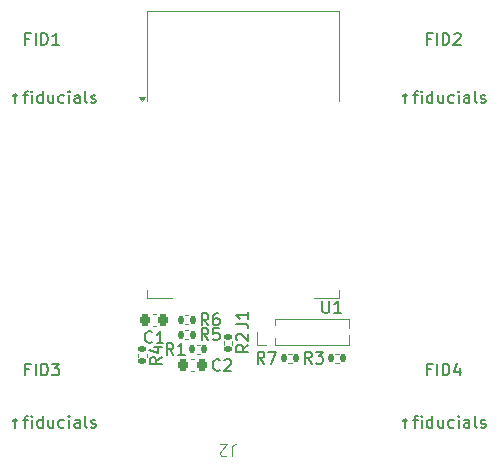
<source format=gbr>
%TF.GenerationSoftware,KiCad,Pcbnew,8.0.2*%
%TF.CreationDate,2024-05-29T23:14:08+09:00*%
%TF.ProjectId,smartlight,736d6172-746c-4696-9768-742e6b696361,rev?*%
%TF.SameCoordinates,Original*%
%TF.FileFunction,Legend,Top*%
%TF.FilePolarity,Positive*%
%FSLAX46Y46*%
G04 Gerber Fmt 4.6, Leading zero omitted, Abs format (unit mm)*
G04 Created by KiCad (PCBNEW 8.0.2) date 2024-05-29 23:14:08*
%MOMM*%
%LPD*%
G01*
G04 APERTURE LIST*
G04 Aperture macros list*
%AMRoundRect*
0 Rectangle with rounded corners*
0 $1 Rounding radius*
0 $2 $3 $4 $5 $6 $7 $8 $9 X,Y pos of 4 corners*
0 Add a 4 corners polygon primitive as box body*
4,1,4,$2,$3,$4,$5,$6,$7,$8,$9,$2,$3,0*
0 Add four circle primitives for the rounded corners*
1,1,$1+$1,$2,$3*
1,1,$1+$1,$4,$5*
1,1,$1+$1,$6,$7*
1,1,$1+$1,$8,$9*
0 Add four rect primitives between the rounded corners*
20,1,$1+$1,$2,$3,$4,$5,0*
20,1,$1+$1,$4,$5,$6,$7,0*
20,1,$1+$1,$6,$7,$8,$9,0*
20,1,$1+$1,$8,$9,$2,$3,0*%
G04 Aperture macros list end*
%ADD10C,0.150000*%
%ADD11C,0.100000*%
%ADD12C,0.120000*%
%ADD13C,0.600000*%
%ADD14R,1.700000X3.500000*%
%ADD15C,2.000000*%
%ADD16RoundRect,0.225000X-0.225000X-0.250000X0.225000X-0.250000X0.225000X0.250000X-0.225000X0.250000X0*%
%ADD17RoundRect,0.135000X0.135000X0.185000X-0.135000X0.185000X-0.135000X-0.185000X0.135000X-0.185000X0*%
%ADD18R,2.500000X1.000000*%
%ADD19R,1.000000X1.800000*%
%ADD20RoundRect,0.135000X-0.135000X-0.185000X0.135000X-0.185000X0.135000X0.185000X-0.135000X0.185000X0*%
%ADD21RoundRect,0.135000X-0.185000X0.135000X-0.185000X-0.135000X0.185000X-0.135000X0.185000X0.135000X0*%
%ADD22R,1.000000X1.000000*%
%ADD23O,1.000000X1.000000*%
G04 APERTURE END LIST*
D10*
X70717731Y-45369819D02*
X70717731Y-44607914D01*
X70527255Y-44798390D02*
X70717731Y-44607914D01*
X70717731Y-44607914D02*
X70908207Y-44798390D01*
X71432017Y-44703152D02*
X71812969Y-44703152D01*
X71574874Y-45369819D02*
X71574874Y-44512676D01*
X71574874Y-44512676D02*
X71622493Y-44417438D01*
X71622493Y-44417438D02*
X71717731Y-44369819D01*
X71717731Y-44369819D02*
X71812969Y-44369819D01*
X72146303Y-45369819D02*
X72146303Y-44703152D01*
X72146303Y-44369819D02*
X72098684Y-44417438D01*
X72098684Y-44417438D02*
X72146303Y-44465057D01*
X72146303Y-44465057D02*
X72193922Y-44417438D01*
X72193922Y-44417438D02*
X72146303Y-44369819D01*
X72146303Y-44369819D02*
X72146303Y-44465057D01*
X73051064Y-45369819D02*
X73051064Y-44369819D01*
X73051064Y-45322200D02*
X72955826Y-45369819D01*
X72955826Y-45369819D02*
X72765350Y-45369819D01*
X72765350Y-45369819D02*
X72670112Y-45322200D01*
X72670112Y-45322200D02*
X72622493Y-45274580D01*
X72622493Y-45274580D02*
X72574874Y-45179342D01*
X72574874Y-45179342D02*
X72574874Y-44893628D01*
X72574874Y-44893628D02*
X72622493Y-44798390D01*
X72622493Y-44798390D02*
X72670112Y-44750771D01*
X72670112Y-44750771D02*
X72765350Y-44703152D01*
X72765350Y-44703152D02*
X72955826Y-44703152D01*
X72955826Y-44703152D02*
X73051064Y-44750771D01*
X73955826Y-44703152D02*
X73955826Y-45369819D01*
X73527255Y-44703152D02*
X73527255Y-45226961D01*
X73527255Y-45226961D02*
X73574874Y-45322200D01*
X73574874Y-45322200D02*
X73670112Y-45369819D01*
X73670112Y-45369819D02*
X73812969Y-45369819D01*
X73812969Y-45369819D02*
X73908207Y-45322200D01*
X73908207Y-45322200D02*
X73955826Y-45274580D01*
X74860588Y-45322200D02*
X74765350Y-45369819D01*
X74765350Y-45369819D02*
X74574874Y-45369819D01*
X74574874Y-45369819D02*
X74479636Y-45322200D01*
X74479636Y-45322200D02*
X74432017Y-45274580D01*
X74432017Y-45274580D02*
X74384398Y-45179342D01*
X74384398Y-45179342D02*
X74384398Y-44893628D01*
X74384398Y-44893628D02*
X74432017Y-44798390D01*
X74432017Y-44798390D02*
X74479636Y-44750771D01*
X74479636Y-44750771D02*
X74574874Y-44703152D01*
X74574874Y-44703152D02*
X74765350Y-44703152D01*
X74765350Y-44703152D02*
X74860588Y-44750771D01*
X75289160Y-45369819D02*
X75289160Y-44703152D01*
X75289160Y-44369819D02*
X75241541Y-44417438D01*
X75241541Y-44417438D02*
X75289160Y-44465057D01*
X75289160Y-44465057D02*
X75336779Y-44417438D01*
X75336779Y-44417438D02*
X75289160Y-44369819D01*
X75289160Y-44369819D02*
X75289160Y-44465057D01*
X76193921Y-45369819D02*
X76193921Y-44846009D01*
X76193921Y-44846009D02*
X76146302Y-44750771D01*
X76146302Y-44750771D02*
X76051064Y-44703152D01*
X76051064Y-44703152D02*
X75860588Y-44703152D01*
X75860588Y-44703152D02*
X75765350Y-44750771D01*
X76193921Y-45322200D02*
X76098683Y-45369819D01*
X76098683Y-45369819D02*
X75860588Y-45369819D01*
X75860588Y-45369819D02*
X75765350Y-45322200D01*
X75765350Y-45322200D02*
X75717731Y-45226961D01*
X75717731Y-45226961D02*
X75717731Y-45131723D01*
X75717731Y-45131723D02*
X75765350Y-45036485D01*
X75765350Y-45036485D02*
X75860588Y-44988866D01*
X75860588Y-44988866D02*
X76098683Y-44988866D01*
X76098683Y-44988866D02*
X76193921Y-44941247D01*
X76812969Y-45369819D02*
X76717731Y-45322200D01*
X76717731Y-45322200D02*
X76670112Y-45226961D01*
X76670112Y-45226961D02*
X76670112Y-44369819D01*
X77146303Y-45322200D02*
X77241541Y-45369819D01*
X77241541Y-45369819D02*
X77432017Y-45369819D01*
X77432017Y-45369819D02*
X77527255Y-45322200D01*
X77527255Y-45322200D02*
X77574874Y-45226961D01*
X77574874Y-45226961D02*
X77574874Y-45179342D01*
X77574874Y-45179342D02*
X77527255Y-45084104D01*
X77527255Y-45084104D02*
X77432017Y-45036485D01*
X77432017Y-45036485D02*
X77289160Y-45036485D01*
X77289160Y-45036485D02*
X77193922Y-44988866D01*
X77193922Y-44988866D02*
X77146303Y-44893628D01*
X77146303Y-44893628D02*
X77146303Y-44846009D01*
X77146303Y-44846009D02*
X77193922Y-44750771D01*
X77193922Y-44750771D02*
X77289160Y-44703152D01*
X77289160Y-44703152D02*
X77432017Y-44703152D01*
X77432017Y-44703152D02*
X77527255Y-44750771D01*
X70717731Y-72869819D02*
X70717731Y-72107914D01*
X70527255Y-72298390D02*
X70717731Y-72107914D01*
X70717731Y-72107914D02*
X70908207Y-72298390D01*
X71432017Y-72203152D02*
X71812969Y-72203152D01*
X71574874Y-72869819D02*
X71574874Y-72012676D01*
X71574874Y-72012676D02*
X71622493Y-71917438D01*
X71622493Y-71917438D02*
X71717731Y-71869819D01*
X71717731Y-71869819D02*
X71812969Y-71869819D01*
X72146303Y-72869819D02*
X72146303Y-72203152D01*
X72146303Y-71869819D02*
X72098684Y-71917438D01*
X72098684Y-71917438D02*
X72146303Y-71965057D01*
X72146303Y-71965057D02*
X72193922Y-71917438D01*
X72193922Y-71917438D02*
X72146303Y-71869819D01*
X72146303Y-71869819D02*
X72146303Y-71965057D01*
X73051064Y-72869819D02*
X73051064Y-71869819D01*
X73051064Y-72822200D02*
X72955826Y-72869819D01*
X72955826Y-72869819D02*
X72765350Y-72869819D01*
X72765350Y-72869819D02*
X72670112Y-72822200D01*
X72670112Y-72822200D02*
X72622493Y-72774580D01*
X72622493Y-72774580D02*
X72574874Y-72679342D01*
X72574874Y-72679342D02*
X72574874Y-72393628D01*
X72574874Y-72393628D02*
X72622493Y-72298390D01*
X72622493Y-72298390D02*
X72670112Y-72250771D01*
X72670112Y-72250771D02*
X72765350Y-72203152D01*
X72765350Y-72203152D02*
X72955826Y-72203152D01*
X72955826Y-72203152D02*
X73051064Y-72250771D01*
X73955826Y-72203152D02*
X73955826Y-72869819D01*
X73527255Y-72203152D02*
X73527255Y-72726961D01*
X73527255Y-72726961D02*
X73574874Y-72822200D01*
X73574874Y-72822200D02*
X73670112Y-72869819D01*
X73670112Y-72869819D02*
X73812969Y-72869819D01*
X73812969Y-72869819D02*
X73908207Y-72822200D01*
X73908207Y-72822200D02*
X73955826Y-72774580D01*
X74860588Y-72822200D02*
X74765350Y-72869819D01*
X74765350Y-72869819D02*
X74574874Y-72869819D01*
X74574874Y-72869819D02*
X74479636Y-72822200D01*
X74479636Y-72822200D02*
X74432017Y-72774580D01*
X74432017Y-72774580D02*
X74384398Y-72679342D01*
X74384398Y-72679342D02*
X74384398Y-72393628D01*
X74384398Y-72393628D02*
X74432017Y-72298390D01*
X74432017Y-72298390D02*
X74479636Y-72250771D01*
X74479636Y-72250771D02*
X74574874Y-72203152D01*
X74574874Y-72203152D02*
X74765350Y-72203152D01*
X74765350Y-72203152D02*
X74860588Y-72250771D01*
X75289160Y-72869819D02*
X75289160Y-72203152D01*
X75289160Y-71869819D02*
X75241541Y-71917438D01*
X75241541Y-71917438D02*
X75289160Y-71965057D01*
X75289160Y-71965057D02*
X75336779Y-71917438D01*
X75336779Y-71917438D02*
X75289160Y-71869819D01*
X75289160Y-71869819D02*
X75289160Y-71965057D01*
X76193921Y-72869819D02*
X76193921Y-72346009D01*
X76193921Y-72346009D02*
X76146302Y-72250771D01*
X76146302Y-72250771D02*
X76051064Y-72203152D01*
X76051064Y-72203152D02*
X75860588Y-72203152D01*
X75860588Y-72203152D02*
X75765350Y-72250771D01*
X76193921Y-72822200D02*
X76098683Y-72869819D01*
X76098683Y-72869819D02*
X75860588Y-72869819D01*
X75860588Y-72869819D02*
X75765350Y-72822200D01*
X75765350Y-72822200D02*
X75717731Y-72726961D01*
X75717731Y-72726961D02*
X75717731Y-72631723D01*
X75717731Y-72631723D02*
X75765350Y-72536485D01*
X75765350Y-72536485D02*
X75860588Y-72488866D01*
X75860588Y-72488866D02*
X76098683Y-72488866D01*
X76098683Y-72488866D02*
X76193921Y-72441247D01*
X76812969Y-72869819D02*
X76717731Y-72822200D01*
X76717731Y-72822200D02*
X76670112Y-72726961D01*
X76670112Y-72726961D02*
X76670112Y-71869819D01*
X77146303Y-72822200D02*
X77241541Y-72869819D01*
X77241541Y-72869819D02*
X77432017Y-72869819D01*
X77432017Y-72869819D02*
X77527255Y-72822200D01*
X77527255Y-72822200D02*
X77574874Y-72726961D01*
X77574874Y-72726961D02*
X77574874Y-72679342D01*
X77574874Y-72679342D02*
X77527255Y-72584104D01*
X77527255Y-72584104D02*
X77432017Y-72536485D01*
X77432017Y-72536485D02*
X77289160Y-72536485D01*
X77289160Y-72536485D02*
X77193922Y-72488866D01*
X77193922Y-72488866D02*
X77146303Y-72393628D01*
X77146303Y-72393628D02*
X77146303Y-72346009D01*
X77146303Y-72346009D02*
X77193922Y-72250771D01*
X77193922Y-72250771D02*
X77289160Y-72203152D01*
X77289160Y-72203152D02*
X77432017Y-72203152D01*
X77432017Y-72203152D02*
X77527255Y-72250771D01*
X103717731Y-45369819D02*
X103717731Y-44607914D01*
X103527255Y-44798390D02*
X103717731Y-44607914D01*
X103717731Y-44607914D02*
X103908207Y-44798390D01*
X104432017Y-44703152D02*
X104812969Y-44703152D01*
X104574874Y-45369819D02*
X104574874Y-44512676D01*
X104574874Y-44512676D02*
X104622493Y-44417438D01*
X104622493Y-44417438D02*
X104717731Y-44369819D01*
X104717731Y-44369819D02*
X104812969Y-44369819D01*
X105146303Y-45369819D02*
X105146303Y-44703152D01*
X105146303Y-44369819D02*
X105098684Y-44417438D01*
X105098684Y-44417438D02*
X105146303Y-44465057D01*
X105146303Y-44465057D02*
X105193922Y-44417438D01*
X105193922Y-44417438D02*
X105146303Y-44369819D01*
X105146303Y-44369819D02*
X105146303Y-44465057D01*
X106051064Y-45369819D02*
X106051064Y-44369819D01*
X106051064Y-45322200D02*
X105955826Y-45369819D01*
X105955826Y-45369819D02*
X105765350Y-45369819D01*
X105765350Y-45369819D02*
X105670112Y-45322200D01*
X105670112Y-45322200D02*
X105622493Y-45274580D01*
X105622493Y-45274580D02*
X105574874Y-45179342D01*
X105574874Y-45179342D02*
X105574874Y-44893628D01*
X105574874Y-44893628D02*
X105622493Y-44798390D01*
X105622493Y-44798390D02*
X105670112Y-44750771D01*
X105670112Y-44750771D02*
X105765350Y-44703152D01*
X105765350Y-44703152D02*
X105955826Y-44703152D01*
X105955826Y-44703152D02*
X106051064Y-44750771D01*
X106955826Y-44703152D02*
X106955826Y-45369819D01*
X106527255Y-44703152D02*
X106527255Y-45226961D01*
X106527255Y-45226961D02*
X106574874Y-45322200D01*
X106574874Y-45322200D02*
X106670112Y-45369819D01*
X106670112Y-45369819D02*
X106812969Y-45369819D01*
X106812969Y-45369819D02*
X106908207Y-45322200D01*
X106908207Y-45322200D02*
X106955826Y-45274580D01*
X107860588Y-45322200D02*
X107765350Y-45369819D01*
X107765350Y-45369819D02*
X107574874Y-45369819D01*
X107574874Y-45369819D02*
X107479636Y-45322200D01*
X107479636Y-45322200D02*
X107432017Y-45274580D01*
X107432017Y-45274580D02*
X107384398Y-45179342D01*
X107384398Y-45179342D02*
X107384398Y-44893628D01*
X107384398Y-44893628D02*
X107432017Y-44798390D01*
X107432017Y-44798390D02*
X107479636Y-44750771D01*
X107479636Y-44750771D02*
X107574874Y-44703152D01*
X107574874Y-44703152D02*
X107765350Y-44703152D01*
X107765350Y-44703152D02*
X107860588Y-44750771D01*
X108289160Y-45369819D02*
X108289160Y-44703152D01*
X108289160Y-44369819D02*
X108241541Y-44417438D01*
X108241541Y-44417438D02*
X108289160Y-44465057D01*
X108289160Y-44465057D02*
X108336779Y-44417438D01*
X108336779Y-44417438D02*
X108289160Y-44369819D01*
X108289160Y-44369819D02*
X108289160Y-44465057D01*
X109193921Y-45369819D02*
X109193921Y-44846009D01*
X109193921Y-44846009D02*
X109146302Y-44750771D01*
X109146302Y-44750771D02*
X109051064Y-44703152D01*
X109051064Y-44703152D02*
X108860588Y-44703152D01*
X108860588Y-44703152D02*
X108765350Y-44750771D01*
X109193921Y-45322200D02*
X109098683Y-45369819D01*
X109098683Y-45369819D02*
X108860588Y-45369819D01*
X108860588Y-45369819D02*
X108765350Y-45322200D01*
X108765350Y-45322200D02*
X108717731Y-45226961D01*
X108717731Y-45226961D02*
X108717731Y-45131723D01*
X108717731Y-45131723D02*
X108765350Y-45036485D01*
X108765350Y-45036485D02*
X108860588Y-44988866D01*
X108860588Y-44988866D02*
X109098683Y-44988866D01*
X109098683Y-44988866D02*
X109193921Y-44941247D01*
X109812969Y-45369819D02*
X109717731Y-45322200D01*
X109717731Y-45322200D02*
X109670112Y-45226961D01*
X109670112Y-45226961D02*
X109670112Y-44369819D01*
X110146303Y-45322200D02*
X110241541Y-45369819D01*
X110241541Y-45369819D02*
X110432017Y-45369819D01*
X110432017Y-45369819D02*
X110527255Y-45322200D01*
X110527255Y-45322200D02*
X110574874Y-45226961D01*
X110574874Y-45226961D02*
X110574874Y-45179342D01*
X110574874Y-45179342D02*
X110527255Y-45084104D01*
X110527255Y-45084104D02*
X110432017Y-45036485D01*
X110432017Y-45036485D02*
X110289160Y-45036485D01*
X110289160Y-45036485D02*
X110193922Y-44988866D01*
X110193922Y-44988866D02*
X110146303Y-44893628D01*
X110146303Y-44893628D02*
X110146303Y-44846009D01*
X110146303Y-44846009D02*
X110193922Y-44750771D01*
X110193922Y-44750771D02*
X110289160Y-44703152D01*
X110289160Y-44703152D02*
X110432017Y-44703152D01*
X110432017Y-44703152D02*
X110527255Y-44750771D01*
X103717731Y-72869819D02*
X103717731Y-72107914D01*
X103527255Y-72298390D02*
X103717731Y-72107914D01*
X103717731Y-72107914D02*
X103908207Y-72298390D01*
X104432017Y-72203152D02*
X104812969Y-72203152D01*
X104574874Y-72869819D02*
X104574874Y-72012676D01*
X104574874Y-72012676D02*
X104622493Y-71917438D01*
X104622493Y-71917438D02*
X104717731Y-71869819D01*
X104717731Y-71869819D02*
X104812969Y-71869819D01*
X105146303Y-72869819D02*
X105146303Y-72203152D01*
X105146303Y-71869819D02*
X105098684Y-71917438D01*
X105098684Y-71917438D02*
X105146303Y-71965057D01*
X105146303Y-71965057D02*
X105193922Y-71917438D01*
X105193922Y-71917438D02*
X105146303Y-71869819D01*
X105146303Y-71869819D02*
X105146303Y-71965057D01*
X106051064Y-72869819D02*
X106051064Y-71869819D01*
X106051064Y-72822200D02*
X105955826Y-72869819D01*
X105955826Y-72869819D02*
X105765350Y-72869819D01*
X105765350Y-72869819D02*
X105670112Y-72822200D01*
X105670112Y-72822200D02*
X105622493Y-72774580D01*
X105622493Y-72774580D02*
X105574874Y-72679342D01*
X105574874Y-72679342D02*
X105574874Y-72393628D01*
X105574874Y-72393628D02*
X105622493Y-72298390D01*
X105622493Y-72298390D02*
X105670112Y-72250771D01*
X105670112Y-72250771D02*
X105765350Y-72203152D01*
X105765350Y-72203152D02*
X105955826Y-72203152D01*
X105955826Y-72203152D02*
X106051064Y-72250771D01*
X106955826Y-72203152D02*
X106955826Y-72869819D01*
X106527255Y-72203152D02*
X106527255Y-72726961D01*
X106527255Y-72726961D02*
X106574874Y-72822200D01*
X106574874Y-72822200D02*
X106670112Y-72869819D01*
X106670112Y-72869819D02*
X106812969Y-72869819D01*
X106812969Y-72869819D02*
X106908207Y-72822200D01*
X106908207Y-72822200D02*
X106955826Y-72774580D01*
X107860588Y-72822200D02*
X107765350Y-72869819D01*
X107765350Y-72869819D02*
X107574874Y-72869819D01*
X107574874Y-72869819D02*
X107479636Y-72822200D01*
X107479636Y-72822200D02*
X107432017Y-72774580D01*
X107432017Y-72774580D02*
X107384398Y-72679342D01*
X107384398Y-72679342D02*
X107384398Y-72393628D01*
X107384398Y-72393628D02*
X107432017Y-72298390D01*
X107432017Y-72298390D02*
X107479636Y-72250771D01*
X107479636Y-72250771D02*
X107574874Y-72203152D01*
X107574874Y-72203152D02*
X107765350Y-72203152D01*
X107765350Y-72203152D02*
X107860588Y-72250771D01*
X108289160Y-72869819D02*
X108289160Y-72203152D01*
X108289160Y-71869819D02*
X108241541Y-71917438D01*
X108241541Y-71917438D02*
X108289160Y-71965057D01*
X108289160Y-71965057D02*
X108336779Y-71917438D01*
X108336779Y-71917438D02*
X108289160Y-71869819D01*
X108289160Y-71869819D02*
X108289160Y-71965057D01*
X109193921Y-72869819D02*
X109193921Y-72346009D01*
X109193921Y-72346009D02*
X109146302Y-72250771D01*
X109146302Y-72250771D02*
X109051064Y-72203152D01*
X109051064Y-72203152D02*
X108860588Y-72203152D01*
X108860588Y-72203152D02*
X108765350Y-72250771D01*
X109193921Y-72822200D02*
X109098683Y-72869819D01*
X109098683Y-72869819D02*
X108860588Y-72869819D01*
X108860588Y-72869819D02*
X108765350Y-72822200D01*
X108765350Y-72822200D02*
X108717731Y-72726961D01*
X108717731Y-72726961D02*
X108717731Y-72631723D01*
X108717731Y-72631723D02*
X108765350Y-72536485D01*
X108765350Y-72536485D02*
X108860588Y-72488866D01*
X108860588Y-72488866D02*
X109098683Y-72488866D01*
X109098683Y-72488866D02*
X109193921Y-72441247D01*
X109812969Y-72869819D02*
X109717731Y-72822200D01*
X109717731Y-72822200D02*
X109670112Y-72726961D01*
X109670112Y-72726961D02*
X109670112Y-71869819D01*
X110146303Y-72822200D02*
X110241541Y-72869819D01*
X110241541Y-72869819D02*
X110432017Y-72869819D01*
X110432017Y-72869819D02*
X110527255Y-72822200D01*
X110527255Y-72822200D02*
X110574874Y-72726961D01*
X110574874Y-72726961D02*
X110574874Y-72679342D01*
X110574874Y-72679342D02*
X110527255Y-72584104D01*
X110527255Y-72584104D02*
X110432017Y-72536485D01*
X110432017Y-72536485D02*
X110289160Y-72536485D01*
X110289160Y-72536485D02*
X110193922Y-72488866D01*
X110193922Y-72488866D02*
X110146303Y-72393628D01*
X110146303Y-72393628D02*
X110146303Y-72346009D01*
X110146303Y-72346009D02*
X110193922Y-72250771D01*
X110193922Y-72250771D02*
X110289160Y-72203152D01*
X110289160Y-72203152D02*
X110432017Y-72203152D01*
X110432017Y-72203152D02*
X110527255Y-72250771D01*
D11*
X89083333Y-75292580D02*
X89083333Y-74578295D01*
X89083333Y-74578295D02*
X89130952Y-74435438D01*
X89130952Y-74435438D02*
X89226190Y-74340200D01*
X89226190Y-74340200D02*
X89369047Y-74292580D01*
X89369047Y-74292580D02*
X89464285Y-74292580D01*
X88654761Y-75197342D02*
X88607142Y-75244961D01*
X88607142Y-75244961D02*
X88511904Y-75292580D01*
X88511904Y-75292580D02*
X88273809Y-75292580D01*
X88273809Y-75292580D02*
X88178571Y-75244961D01*
X88178571Y-75244961D02*
X88130952Y-75197342D01*
X88130952Y-75197342D02*
X88083333Y-75102104D01*
X88083333Y-75102104D02*
X88083333Y-75006866D01*
X88083333Y-75006866D02*
X88130952Y-74864009D01*
X88130952Y-74864009D02*
X88702380Y-74292580D01*
X88702380Y-74292580D02*
X88083333Y-74292580D01*
D10*
X105928571Y-67931009D02*
X105595238Y-67931009D01*
X105595238Y-68454819D02*
X105595238Y-67454819D01*
X105595238Y-67454819D02*
X106071428Y-67454819D01*
X106452381Y-68454819D02*
X106452381Y-67454819D01*
X106928571Y-68454819D02*
X106928571Y-67454819D01*
X106928571Y-67454819D02*
X107166666Y-67454819D01*
X107166666Y-67454819D02*
X107309523Y-67502438D01*
X107309523Y-67502438D02*
X107404761Y-67597676D01*
X107404761Y-67597676D02*
X107452380Y-67692914D01*
X107452380Y-67692914D02*
X107499999Y-67883390D01*
X107499999Y-67883390D02*
X107499999Y-68026247D01*
X107499999Y-68026247D02*
X107452380Y-68216723D01*
X107452380Y-68216723D02*
X107404761Y-68311961D01*
X107404761Y-68311961D02*
X107309523Y-68407200D01*
X107309523Y-68407200D02*
X107166666Y-68454819D01*
X107166666Y-68454819D02*
X106928571Y-68454819D01*
X108357142Y-67788152D02*
X108357142Y-68454819D01*
X108119047Y-67407200D02*
X107880952Y-68121485D01*
X107880952Y-68121485D02*
X108499999Y-68121485D01*
X71928571Y-67931009D02*
X71595238Y-67931009D01*
X71595238Y-68454819D02*
X71595238Y-67454819D01*
X71595238Y-67454819D02*
X72071428Y-67454819D01*
X72452381Y-68454819D02*
X72452381Y-67454819D01*
X72928571Y-68454819D02*
X72928571Y-67454819D01*
X72928571Y-67454819D02*
X73166666Y-67454819D01*
X73166666Y-67454819D02*
X73309523Y-67502438D01*
X73309523Y-67502438D02*
X73404761Y-67597676D01*
X73404761Y-67597676D02*
X73452380Y-67692914D01*
X73452380Y-67692914D02*
X73499999Y-67883390D01*
X73499999Y-67883390D02*
X73499999Y-68026247D01*
X73499999Y-68026247D02*
X73452380Y-68216723D01*
X73452380Y-68216723D02*
X73404761Y-68311961D01*
X73404761Y-68311961D02*
X73309523Y-68407200D01*
X73309523Y-68407200D02*
X73166666Y-68454819D01*
X73166666Y-68454819D02*
X72928571Y-68454819D01*
X73833333Y-67454819D02*
X74452380Y-67454819D01*
X74452380Y-67454819D02*
X74119047Y-67835771D01*
X74119047Y-67835771D02*
X74261904Y-67835771D01*
X74261904Y-67835771D02*
X74357142Y-67883390D01*
X74357142Y-67883390D02*
X74404761Y-67931009D01*
X74404761Y-67931009D02*
X74452380Y-68026247D01*
X74452380Y-68026247D02*
X74452380Y-68264342D01*
X74452380Y-68264342D02*
X74404761Y-68359580D01*
X74404761Y-68359580D02*
X74357142Y-68407200D01*
X74357142Y-68407200D02*
X74261904Y-68454819D01*
X74261904Y-68454819D02*
X73976190Y-68454819D01*
X73976190Y-68454819D02*
X73880952Y-68407200D01*
X73880952Y-68407200D02*
X73833333Y-68359580D01*
X105928571Y-39931009D02*
X105595238Y-39931009D01*
X105595238Y-40454819D02*
X105595238Y-39454819D01*
X105595238Y-39454819D02*
X106071428Y-39454819D01*
X106452381Y-40454819D02*
X106452381Y-39454819D01*
X106928571Y-40454819D02*
X106928571Y-39454819D01*
X106928571Y-39454819D02*
X107166666Y-39454819D01*
X107166666Y-39454819D02*
X107309523Y-39502438D01*
X107309523Y-39502438D02*
X107404761Y-39597676D01*
X107404761Y-39597676D02*
X107452380Y-39692914D01*
X107452380Y-39692914D02*
X107499999Y-39883390D01*
X107499999Y-39883390D02*
X107499999Y-40026247D01*
X107499999Y-40026247D02*
X107452380Y-40216723D01*
X107452380Y-40216723D02*
X107404761Y-40311961D01*
X107404761Y-40311961D02*
X107309523Y-40407200D01*
X107309523Y-40407200D02*
X107166666Y-40454819D01*
X107166666Y-40454819D02*
X106928571Y-40454819D01*
X107880952Y-39550057D02*
X107928571Y-39502438D01*
X107928571Y-39502438D02*
X108023809Y-39454819D01*
X108023809Y-39454819D02*
X108261904Y-39454819D01*
X108261904Y-39454819D02*
X108357142Y-39502438D01*
X108357142Y-39502438D02*
X108404761Y-39550057D01*
X108404761Y-39550057D02*
X108452380Y-39645295D01*
X108452380Y-39645295D02*
X108452380Y-39740533D01*
X108452380Y-39740533D02*
X108404761Y-39883390D01*
X108404761Y-39883390D02*
X107833333Y-40454819D01*
X107833333Y-40454819D02*
X108452380Y-40454819D01*
X71928571Y-39931009D02*
X71595238Y-39931009D01*
X71595238Y-40454819D02*
X71595238Y-39454819D01*
X71595238Y-39454819D02*
X72071428Y-39454819D01*
X72452381Y-40454819D02*
X72452381Y-39454819D01*
X72928571Y-40454819D02*
X72928571Y-39454819D01*
X72928571Y-39454819D02*
X73166666Y-39454819D01*
X73166666Y-39454819D02*
X73309523Y-39502438D01*
X73309523Y-39502438D02*
X73404761Y-39597676D01*
X73404761Y-39597676D02*
X73452380Y-39692914D01*
X73452380Y-39692914D02*
X73499999Y-39883390D01*
X73499999Y-39883390D02*
X73499999Y-40026247D01*
X73499999Y-40026247D02*
X73452380Y-40216723D01*
X73452380Y-40216723D02*
X73404761Y-40311961D01*
X73404761Y-40311961D02*
X73309523Y-40407200D01*
X73309523Y-40407200D02*
X73166666Y-40454819D01*
X73166666Y-40454819D02*
X72928571Y-40454819D01*
X74452380Y-40454819D02*
X73880952Y-40454819D01*
X74166666Y-40454819D02*
X74166666Y-39454819D01*
X74166666Y-39454819D02*
X74071428Y-39597676D01*
X74071428Y-39597676D02*
X73976190Y-39692914D01*
X73976190Y-39692914D02*
X73880952Y-39740533D01*
X82333333Y-65609580D02*
X82285714Y-65657200D01*
X82285714Y-65657200D02*
X82142857Y-65704819D01*
X82142857Y-65704819D02*
X82047619Y-65704819D01*
X82047619Y-65704819D02*
X81904762Y-65657200D01*
X81904762Y-65657200D02*
X81809524Y-65561961D01*
X81809524Y-65561961D02*
X81761905Y-65466723D01*
X81761905Y-65466723D02*
X81714286Y-65276247D01*
X81714286Y-65276247D02*
X81714286Y-65133390D01*
X81714286Y-65133390D02*
X81761905Y-64942914D01*
X81761905Y-64942914D02*
X81809524Y-64847676D01*
X81809524Y-64847676D02*
X81904762Y-64752438D01*
X81904762Y-64752438D02*
X82047619Y-64704819D01*
X82047619Y-64704819D02*
X82142857Y-64704819D01*
X82142857Y-64704819D02*
X82285714Y-64752438D01*
X82285714Y-64752438D02*
X82333333Y-64800057D01*
X83285714Y-65704819D02*
X82714286Y-65704819D01*
X83000000Y-65704819D02*
X83000000Y-64704819D01*
X83000000Y-64704819D02*
X82904762Y-64847676D01*
X82904762Y-64847676D02*
X82809524Y-64942914D01*
X82809524Y-64942914D02*
X82714286Y-64990533D01*
X87083333Y-64204819D02*
X86750000Y-63728628D01*
X86511905Y-64204819D02*
X86511905Y-63204819D01*
X86511905Y-63204819D02*
X86892857Y-63204819D01*
X86892857Y-63204819D02*
X86988095Y-63252438D01*
X86988095Y-63252438D02*
X87035714Y-63300057D01*
X87035714Y-63300057D02*
X87083333Y-63395295D01*
X87083333Y-63395295D02*
X87083333Y-63538152D01*
X87083333Y-63538152D02*
X87035714Y-63633390D01*
X87035714Y-63633390D02*
X86988095Y-63681009D01*
X86988095Y-63681009D02*
X86892857Y-63728628D01*
X86892857Y-63728628D02*
X86511905Y-63728628D01*
X87940476Y-63204819D02*
X87750000Y-63204819D01*
X87750000Y-63204819D02*
X87654762Y-63252438D01*
X87654762Y-63252438D02*
X87607143Y-63300057D01*
X87607143Y-63300057D02*
X87511905Y-63442914D01*
X87511905Y-63442914D02*
X87464286Y-63633390D01*
X87464286Y-63633390D02*
X87464286Y-64014342D01*
X87464286Y-64014342D02*
X87511905Y-64109580D01*
X87511905Y-64109580D02*
X87559524Y-64157200D01*
X87559524Y-64157200D02*
X87654762Y-64204819D01*
X87654762Y-64204819D02*
X87845238Y-64204819D01*
X87845238Y-64204819D02*
X87940476Y-64157200D01*
X87940476Y-64157200D02*
X87988095Y-64109580D01*
X87988095Y-64109580D02*
X88035714Y-64014342D01*
X88035714Y-64014342D02*
X88035714Y-63776247D01*
X88035714Y-63776247D02*
X87988095Y-63681009D01*
X87988095Y-63681009D02*
X87940476Y-63633390D01*
X87940476Y-63633390D02*
X87845238Y-63585771D01*
X87845238Y-63585771D02*
X87654762Y-63585771D01*
X87654762Y-63585771D02*
X87559524Y-63633390D01*
X87559524Y-63633390D02*
X87511905Y-63681009D01*
X87511905Y-63681009D02*
X87464286Y-63776247D01*
X88073333Y-67959580D02*
X88025714Y-68007200D01*
X88025714Y-68007200D02*
X87882857Y-68054819D01*
X87882857Y-68054819D02*
X87787619Y-68054819D01*
X87787619Y-68054819D02*
X87644762Y-68007200D01*
X87644762Y-68007200D02*
X87549524Y-67911961D01*
X87549524Y-67911961D02*
X87501905Y-67816723D01*
X87501905Y-67816723D02*
X87454286Y-67626247D01*
X87454286Y-67626247D02*
X87454286Y-67483390D01*
X87454286Y-67483390D02*
X87501905Y-67292914D01*
X87501905Y-67292914D02*
X87549524Y-67197676D01*
X87549524Y-67197676D02*
X87644762Y-67102438D01*
X87644762Y-67102438D02*
X87787619Y-67054819D01*
X87787619Y-67054819D02*
X87882857Y-67054819D01*
X87882857Y-67054819D02*
X88025714Y-67102438D01*
X88025714Y-67102438D02*
X88073333Y-67150057D01*
X88454286Y-67150057D02*
X88501905Y-67102438D01*
X88501905Y-67102438D02*
X88597143Y-67054819D01*
X88597143Y-67054819D02*
X88835238Y-67054819D01*
X88835238Y-67054819D02*
X88930476Y-67102438D01*
X88930476Y-67102438D02*
X88978095Y-67150057D01*
X88978095Y-67150057D02*
X89025714Y-67245295D01*
X89025714Y-67245295D02*
X89025714Y-67340533D01*
X89025714Y-67340533D02*
X88978095Y-67483390D01*
X88978095Y-67483390D02*
X88406667Y-68054819D01*
X88406667Y-68054819D02*
X89025714Y-68054819D01*
X96738095Y-62154819D02*
X96738095Y-62964342D01*
X96738095Y-62964342D02*
X96785714Y-63059580D01*
X96785714Y-63059580D02*
X96833333Y-63107200D01*
X96833333Y-63107200D02*
X96928571Y-63154819D01*
X96928571Y-63154819D02*
X97119047Y-63154819D01*
X97119047Y-63154819D02*
X97214285Y-63107200D01*
X97214285Y-63107200D02*
X97261904Y-63059580D01*
X97261904Y-63059580D02*
X97309523Y-62964342D01*
X97309523Y-62964342D02*
X97309523Y-62154819D01*
X98309523Y-63154819D02*
X97738095Y-63154819D01*
X98023809Y-63154819D02*
X98023809Y-62154819D01*
X98023809Y-62154819D02*
X97928571Y-62297676D01*
X97928571Y-62297676D02*
X97833333Y-62392914D01*
X97833333Y-62392914D02*
X97738095Y-62440533D01*
X91833333Y-67454819D02*
X91500000Y-66978628D01*
X91261905Y-67454819D02*
X91261905Y-66454819D01*
X91261905Y-66454819D02*
X91642857Y-66454819D01*
X91642857Y-66454819D02*
X91738095Y-66502438D01*
X91738095Y-66502438D02*
X91785714Y-66550057D01*
X91785714Y-66550057D02*
X91833333Y-66645295D01*
X91833333Y-66645295D02*
X91833333Y-66788152D01*
X91833333Y-66788152D02*
X91785714Y-66883390D01*
X91785714Y-66883390D02*
X91738095Y-66931009D01*
X91738095Y-66931009D02*
X91642857Y-66978628D01*
X91642857Y-66978628D02*
X91261905Y-66978628D01*
X92166667Y-66454819D02*
X92833333Y-66454819D01*
X92833333Y-66454819D02*
X92404762Y-67454819D01*
X83124819Y-66916666D02*
X82648628Y-67249999D01*
X83124819Y-67488094D02*
X82124819Y-67488094D01*
X82124819Y-67488094D02*
X82124819Y-67107142D01*
X82124819Y-67107142D02*
X82172438Y-67011904D01*
X82172438Y-67011904D02*
X82220057Y-66964285D01*
X82220057Y-66964285D02*
X82315295Y-66916666D01*
X82315295Y-66916666D02*
X82458152Y-66916666D01*
X82458152Y-66916666D02*
X82553390Y-66964285D01*
X82553390Y-66964285D02*
X82601009Y-67011904D01*
X82601009Y-67011904D02*
X82648628Y-67107142D01*
X82648628Y-67107142D02*
X82648628Y-67488094D01*
X82458152Y-66059523D02*
X83124819Y-66059523D01*
X82077200Y-66297618D02*
X82791485Y-66535713D01*
X82791485Y-66535713D02*
X82791485Y-65916666D01*
X95833333Y-67454819D02*
X95500000Y-66978628D01*
X95261905Y-67454819D02*
X95261905Y-66454819D01*
X95261905Y-66454819D02*
X95642857Y-66454819D01*
X95642857Y-66454819D02*
X95738095Y-66502438D01*
X95738095Y-66502438D02*
X95785714Y-66550057D01*
X95785714Y-66550057D02*
X95833333Y-66645295D01*
X95833333Y-66645295D02*
X95833333Y-66788152D01*
X95833333Y-66788152D02*
X95785714Y-66883390D01*
X95785714Y-66883390D02*
X95738095Y-66931009D01*
X95738095Y-66931009D02*
X95642857Y-66978628D01*
X95642857Y-66978628D02*
X95261905Y-66978628D01*
X96166667Y-66454819D02*
X96785714Y-66454819D01*
X96785714Y-66454819D02*
X96452381Y-66835771D01*
X96452381Y-66835771D02*
X96595238Y-66835771D01*
X96595238Y-66835771D02*
X96690476Y-66883390D01*
X96690476Y-66883390D02*
X96738095Y-66931009D01*
X96738095Y-66931009D02*
X96785714Y-67026247D01*
X96785714Y-67026247D02*
X96785714Y-67264342D01*
X96785714Y-67264342D02*
X96738095Y-67359580D01*
X96738095Y-67359580D02*
X96690476Y-67407200D01*
X96690476Y-67407200D02*
X96595238Y-67454819D01*
X96595238Y-67454819D02*
X96309524Y-67454819D01*
X96309524Y-67454819D02*
X96214286Y-67407200D01*
X96214286Y-67407200D02*
X96166667Y-67359580D01*
X89454819Y-64083333D02*
X90169104Y-64083333D01*
X90169104Y-64083333D02*
X90311961Y-64130952D01*
X90311961Y-64130952D02*
X90407200Y-64226190D01*
X90407200Y-64226190D02*
X90454819Y-64369047D01*
X90454819Y-64369047D02*
X90454819Y-64464285D01*
X90454819Y-63083333D02*
X90454819Y-63654761D01*
X90454819Y-63369047D02*
X89454819Y-63369047D01*
X89454819Y-63369047D02*
X89597676Y-63464285D01*
X89597676Y-63464285D02*
X89692914Y-63559523D01*
X89692914Y-63559523D02*
X89740533Y-63654761D01*
X90454819Y-65866666D02*
X89978628Y-66199999D01*
X90454819Y-66438094D02*
X89454819Y-66438094D01*
X89454819Y-66438094D02*
X89454819Y-66057142D01*
X89454819Y-66057142D02*
X89502438Y-65961904D01*
X89502438Y-65961904D02*
X89550057Y-65914285D01*
X89550057Y-65914285D02*
X89645295Y-65866666D01*
X89645295Y-65866666D02*
X89788152Y-65866666D01*
X89788152Y-65866666D02*
X89883390Y-65914285D01*
X89883390Y-65914285D02*
X89931009Y-65961904D01*
X89931009Y-65961904D02*
X89978628Y-66057142D01*
X89978628Y-66057142D02*
X89978628Y-66438094D01*
X89550057Y-65485713D02*
X89502438Y-65438094D01*
X89502438Y-65438094D02*
X89454819Y-65342856D01*
X89454819Y-65342856D02*
X89454819Y-65104761D01*
X89454819Y-65104761D02*
X89502438Y-65009523D01*
X89502438Y-65009523D02*
X89550057Y-64961904D01*
X89550057Y-64961904D02*
X89645295Y-64914285D01*
X89645295Y-64914285D02*
X89740533Y-64914285D01*
X89740533Y-64914285D02*
X89883390Y-64961904D01*
X89883390Y-64961904D02*
X90454819Y-65533332D01*
X90454819Y-65533332D02*
X90454819Y-64914285D01*
X87083333Y-65454819D02*
X86750000Y-64978628D01*
X86511905Y-65454819D02*
X86511905Y-64454819D01*
X86511905Y-64454819D02*
X86892857Y-64454819D01*
X86892857Y-64454819D02*
X86988095Y-64502438D01*
X86988095Y-64502438D02*
X87035714Y-64550057D01*
X87035714Y-64550057D02*
X87083333Y-64645295D01*
X87083333Y-64645295D02*
X87083333Y-64788152D01*
X87083333Y-64788152D02*
X87035714Y-64883390D01*
X87035714Y-64883390D02*
X86988095Y-64931009D01*
X86988095Y-64931009D02*
X86892857Y-64978628D01*
X86892857Y-64978628D02*
X86511905Y-64978628D01*
X87988095Y-64454819D02*
X87511905Y-64454819D01*
X87511905Y-64454819D02*
X87464286Y-64931009D01*
X87464286Y-64931009D02*
X87511905Y-64883390D01*
X87511905Y-64883390D02*
X87607143Y-64835771D01*
X87607143Y-64835771D02*
X87845238Y-64835771D01*
X87845238Y-64835771D02*
X87940476Y-64883390D01*
X87940476Y-64883390D02*
X87988095Y-64931009D01*
X87988095Y-64931009D02*
X88035714Y-65026247D01*
X88035714Y-65026247D02*
X88035714Y-65264342D01*
X88035714Y-65264342D02*
X87988095Y-65359580D01*
X87988095Y-65359580D02*
X87940476Y-65407200D01*
X87940476Y-65407200D02*
X87845238Y-65454819D01*
X87845238Y-65454819D02*
X87607143Y-65454819D01*
X87607143Y-65454819D02*
X87511905Y-65407200D01*
X87511905Y-65407200D02*
X87464286Y-65359580D01*
X84133333Y-66704819D02*
X83800000Y-66228628D01*
X83561905Y-66704819D02*
X83561905Y-65704819D01*
X83561905Y-65704819D02*
X83942857Y-65704819D01*
X83942857Y-65704819D02*
X84038095Y-65752438D01*
X84038095Y-65752438D02*
X84085714Y-65800057D01*
X84085714Y-65800057D02*
X84133333Y-65895295D01*
X84133333Y-65895295D02*
X84133333Y-66038152D01*
X84133333Y-66038152D02*
X84085714Y-66133390D01*
X84085714Y-66133390D02*
X84038095Y-66181009D01*
X84038095Y-66181009D02*
X83942857Y-66228628D01*
X83942857Y-66228628D02*
X83561905Y-66228628D01*
X85085714Y-66704819D02*
X84514286Y-66704819D01*
X84800000Y-66704819D02*
X84800000Y-65704819D01*
X84800000Y-65704819D02*
X84704762Y-65847676D01*
X84704762Y-65847676D02*
X84609524Y-65942914D01*
X84609524Y-65942914D02*
X84514286Y-65990533D01*
D12*
%TO.C,C1*%
X82359420Y-63240000D02*
X82640580Y-63240000D01*
X82359420Y-64260000D02*
X82640580Y-64260000D01*
%TO.C,R6*%
X85403641Y-64130000D02*
X85096359Y-64130000D01*
X85403641Y-63370000D02*
X85096359Y-63370000D01*
%TO.C,C2*%
X85599420Y-67090000D02*
X85880580Y-67090000D01*
X85599420Y-68110000D02*
X85880580Y-68110000D01*
%TO.C,U1*%
X81880000Y-37630000D02*
X98120000Y-37630000D01*
X81880000Y-45250000D02*
X81880000Y-37630000D01*
X81880000Y-61870000D02*
X81880000Y-61250000D01*
X84000000Y-61870000D02*
X81880000Y-61870000D01*
X98120000Y-37630000D02*
X98120000Y-45250000D01*
X98120000Y-61250000D02*
X98120000Y-61870000D01*
X98120000Y-61870000D02*
X96000000Y-61870000D01*
X81450000Y-45250000D02*
X81210000Y-44914000D01*
X81690000Y-44914000D01*
X81450000Y-45250000D01*
G36*
X81450000Y-45250000D02*
G01*
X81210000Y-44914000D01*
X81690000Y-44914000D01*
X81450000Y-45250000D01*
G37*
%TO.C,R7*%
X93846359Y-66620000D02*
X94153641Y-66620000D01*
X93846359Y-67380000D02*
X94153641Y-67380000D01*
%TO.C,R4*%
X81880000Y-66596359D02*
X81880000Y-66903641D01*
X81120000Y-66596359D02*
X81120000Y-66903641D01*
%TO.C,R3*%
X98153641Y-67380000D02*
X97846359Y-67380000D01*
X98153641Y-66620000D02*
X97846359Y-66620000D01*
%TO.C,J1*%
X91180000Y-65860000D02*
X91180000Y-64750000D01*
X91940000Y-65860000D02*
X91180000Y-65860000D01*
X92700000Y-65860000D02*
X98985000Y-65860000D01*
X92700000Y-65860000D02*
X92700000Y-65313471D01*
X98985000Y-65860000D02*
X98985000Y-65057530D01*
X98985000Y-64442470D02*
X98985000Y-63640000D01*
X92700000Y-64186529D02*
X92700000Y-63640000D01*
X92700000Y-63640000D02*
X98985000Y-63640000D01*
%TO.C,R2*%
X89130000Y-65546359D02*
X89130000Y-65853641D01*
X88370000Y-65546359D02*
X88370000Y-65853641D01*
%TO.C,R5*%
X85096359Y-64620000D02*
X85403641Y-64620000D01*
X85096359Y-65380000D02*
X85403641Y-65380000D01*
%TO.C,R1*%
X86096359Y-65870000D02*
X86403641Y-65870000D01*
X86096359Y-66630000D02*
X86403641Y-66630000D01*
%TD*%
%LPC*%
D13*
%TO.C,H4*%
X99750000Y-64280000D03*
X101250000Y-64280000D03*
X99750000Y-63390000D03*
X101250000Y-63390000D03*
X99750000Y-62500000D03*
X101250000Y-62500000D03*
X99750000Y-61610000D03*
X101247128Y-61592199D03*
X99750000Y-60720000D03*
X101250000Y-60720000D03*
%TD*%
%TO.C,H3*%
X99750000Y-51780000D03*
X101250000Y-51780000D03*
X99750000Y-50890000D03*
X101250000Y-50890000D03*
X99750000Y-50000000D03*
X101250000Y-50000000D03*
X99750000Y-49110000D03*
X101247128Y-49092199D03*
X99750000Y-48220000D03*
X101250000Y-48220000D03*
%TD*%
%TO.C,H2*%
X78750000Y-51780000D03*
X80250000Y-51780000D03*
X78750000Y-50890000D03*
X80250000Y-50890000D03*
X78750000Y-50000000D03*
X80250000Y-50000000D03*
X78750000Y-49110000D03*
X80247128Y-49092199D03*
X78750000Y-48220000D03*
X80250000Y-48220000D03*
%TD*%
%TO.C,H1*%
X78750000Y-64280000D03*
X80250000Y-64280000D03*
X78750000Y-63390000D03*
X80250000Y-63390000D03*
X78750000Y-62500000D03*
X80250000Y-62500000D03*
X78750000Y-61610000D03*
X80247128Y-61592199D03*
X78750000Y-60720000D03*
X80250000Y-60720000D03*
%TD*%
D14*
%TO.C,J2*%
X96000000Y-71500000D03*
X93500000Y-71500000D03*
X91000000Y-71500000D03*
X86500000Y-71500000D03*
X84000000Y-71500000D03*
%TD*%
D15*
%TO.C,FID4*%
X107000000Y-70000000D03*
%TD*%
%TO.C,FID3*%
X73000000Y-70000000D03*
%TD*%
%TO.C,FID2*%
X107000000Y-42000000D03*
%TD*%
%TO.C,FID1*%
X73000000Y-42000000D03*
%TD*%
D16*
%TO.C,C1*%
X81725000Y-63750000D03*
X83275000Y-63750000D03*
%TD*%
D17*
%TO.C,R6*%
X85760000Y-63750000D03*
X84740000Y-63750000D03*
%TD*%
D16*
%TO.C,C2*%
X84965000Y-67600000D03*
X86515000Y-67600000D03*
%TD*%
D18*
%TO.C,U1*%
X82400000Y-46250000D03*
X82400000Y-48250000D03*
X82400000Y-50250000D03*
X82400000Y-52250000D03*
X82400000Y-54250000D03*
X82400000Y-56250000D03*
X82400000Y-58250000D03*
X82400000Y-60250000D03*
D19*
X85000000Y-61750000D03*
X87000000Y-61750000D03*
X89000000Y-61750000D03*
X91000000Y-61750000D03*
X93000000Y-61750000D03*
X95000000Y-61750000D03*
D18*
X97600000Y-60250000D03*
X97600000Y-58250000D03*
X97600000Y-56250000D03*
X97600000Y-54250000D03*
X97600000Y-52250000D03*
X97600000Y-50250000D03*
X97600000Y-48250000D03*
X97600000Y-46250000D03*
%TD*%
D20*
%TO.C,R7*%
X93490000Y-67000000D03*
X94510000Y-67000000D03*
%TD*%
D21*
%TO.C,R4*%
X81500000Y-66240000D03*
X81500000Y-67260000D03*
%TD*%
D17*
%TO.C,R3*%
X98510000Y-67000000D03*
X97490000Y-67000000D03*
%TD*%
D22*
%TO.C,J1*%
X91940000Y-64750000D03*
D23*
X93210000Y-64750000D03*
X94480000Y-64750000D03*
X95750000Y-64750000D03*
X97020000Y-64750000D03*
X98290000Y-64750000D03*
%TD*%
D21*
%TO.C,R2*%
X88750000Y-65190000D03*
X88750000Y-66210000D03*
%TD*%
D20*
%TO.C,R5*%
X84740000Y-65000000D03*
X85760000Y-65000000D03*
%TD*%
%TO.C,R1*%
X85740000Y-66250000D03*
X86760000Y-66250000D03*
%TD*%
%LPD*%
M02*

</source>
